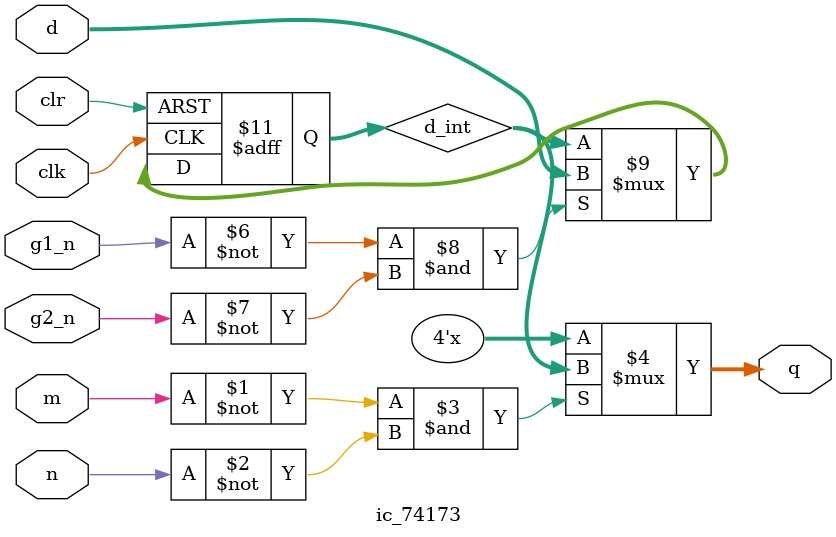
<source format=v>
`timescale 1ns / 1ps


module ic_74173(
    input m,
    input n,
    input [3:0] d,
    output [3:0] q,
    input g1_n,
    input g2_n,
    input clr,
    input clk
    );
    
    reg [3:0] d_int;
    
    assign q = (~m & ~n) ? d_int : 4'bZZZZ;
    
    always @ (posedge clk, posedge clr) begin
        if (clr)
            d_int <= 4'b0000;
        else
            if ( ~g1_n & ~g2_n)
                d_int <= d;
            
    end
    
endmodule

</source>
